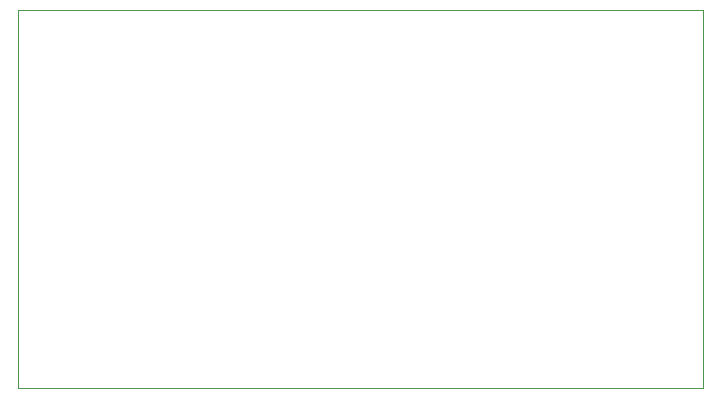
<source format=gbr>
G04 #@! TF.FileFunction,Profile,NP*
%FSLAX46Y46*%
G04 Gerber Fmt 4.6, Leading zero omitted, Abs format (unit mm)*
G04 Created by KiCad (PCBNEW (after 2015-mar-04 BZR unknown)-product) date 20.05.2015 17:30:12*
%MOMM*%
G01*
G04 APERTURE LIST*
%ADD10C,0.150000*%
%ADD11C,0.100000*%
G04 APERTURE END LIST*
D10*
D11*
X97000000Y-184000000D02*
X155000000Y-184000000D01*
X155000000Y-152000000D02*
X97000000Y-152000000D01*
X97000000Y-184000000D02*
X97000000Y-152000000D01*
X155000000Y-152000000D02*
X155000000Y-184000000D01*
M02*

</source>
